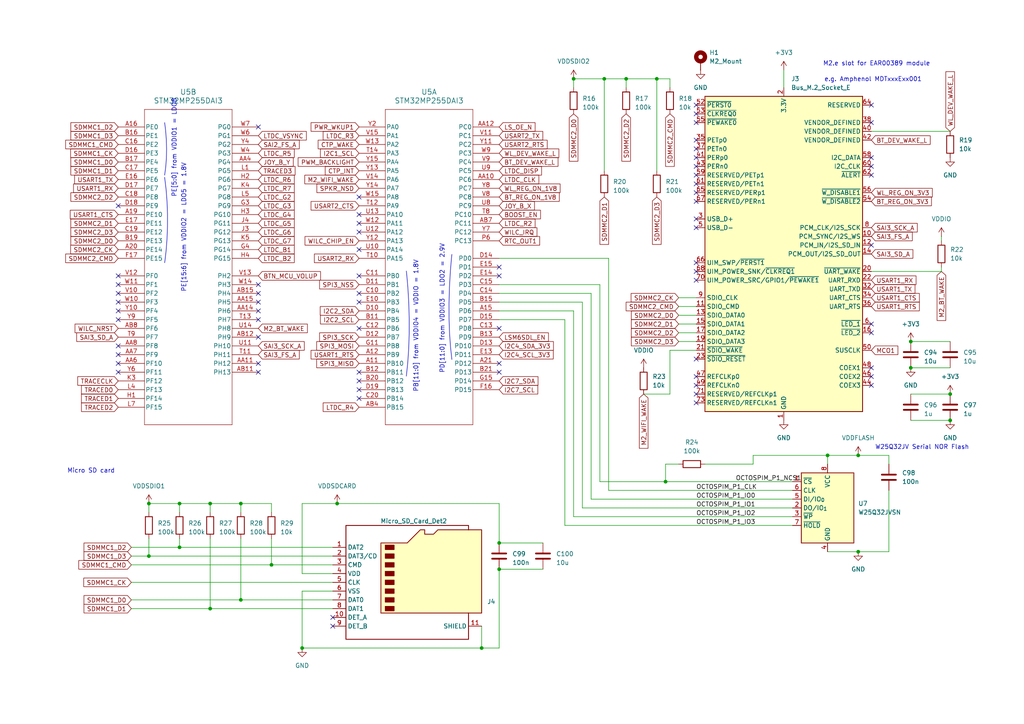
<source format=kicad_sch>
(kicad_sch (version 20250114) (generator "eeschema") (generator_version "9.0")
  (paper "A4")
  (bezier (pts (xy 47.752 50.8) (xy 49.022 43.18) (xy 47.752 35.56) (xy 47.752 35.56)))
  (bezier (pts (xy 117.856 109.093) (xy 119.761 93.853) (xy 117.856 78.613) (xy 117.856 78.613)))
  (bezier (pts (xy 47.752 51.435) (xy 49.657 64.77) (xy 47.752 76.2) (xy 47.752 76.2)))
  (bezier (pts (xy 131.064 104.267) (xy 129.159 89.662) (xy 131.064 73.787) (xy 131.064 73.787)))
  (text "PB[11:0] from VDDIO4 = VDDIO = 1.8V" (at 120.65 94.615 90) (effects (font (size 1.27 1.27))))
  (text "PD[11:0] from VDDIO3 = LDO2 = 2.9V" (at 128.27 89.535 90) (effects (font (size 1.27 1.27))))
  (text "e.g. Amphenol MDTxxxExx001" (at 253.238 23.114 0) (effects (font (size 1.27 1.27))))
  (text "PE[5:0] from VDDIO1 = LDO8" (at 50.546 42.926 90) (effects (font (size 1.27 1.27))))
  (text "M2.e slot for EAR00389 module" (at 254.254 18.542 0) (effects (font (size 1.27 1.27))))
  (text "PE[15:6] from VDDIO2 = LDO5 = 1.8V" (at 53.34 66.04 90) (effects (font (size 1.27 1.27))))
  (text "Micro SD card" (at 26.416 136.652 0) (effects (font (size 1.27 1.27))))
  (text "W25Q32JV Serial NOR Flash" (at 267.462 129.794 0) (effects (font (size 1.27 1.27))))
  (junction (at 166.37 22.86))
  (junction (at 144.78 157.48))
  (junction (at 69.85 173.99))
  (junction (at 139.7 187.96))
  (junction (at 275.59 121.92))
  (junction (at 275.59 114.3))
  (junction (at 52.07 158.75))
  (junction (at 60.96 176.53))
  (junction (at 97.79 146.05))
  (junction (at 248.92 160.02))
  (junction (at 190.5 22.86))
  (junction (at 144.78 165.1))
  (junction (at 264.16 106.68))
  (junction (at 78.74 163.83))
  (junction (at 69.85 146.05))
  (junction (at 175.26 22.86))
  (junction (at 43.18 161.29))
  (junction (at 240.03 132.08))
  (junction (at 52.07 146.05))
  (junction (at 181.61 22.86))
  (junction (at 87.63 187.96))
  (junction (at 193.04 139.7))
  (junction (at 264.16 99.06))
  (junction (at 43.18 146.05))
  (junction (at 60.96 146.05))
  (junction (at 248.92 132.08))
  (no_connect (at 104.14 115.57))
  (no_connect (at 104.14 87.63))
  (no_connect (at 252.73 48.26))
  (no_connect (at 201.93 40.64))
  (no_connect (at 201.93 111.76))
  (no_connect (at 34.29 90.17))
  (no_connect (at 104.14 107.95))
  (no_connect (at 201.93 55.88))
  (no_connect (at 252.73 96.52))
  (no_connect (at 34.29 105.41))
  (no_connect (at 34.29 92.71))
  (no_connect (at 201.93 58.42))
  (no_connect (at 104.14 95.25))
  (no_connect (at 201.93 48.26))
  (no_connect (at 104.14 80.01))
  (no_connect (at 201.93 53.34))
  (no_connect (at 96.52 179.07))
  (no_connect (at 144.78 77.47))
  (no_connect (at 104.14 57.15))
  (no_connect (at 252.73 109.22))
  (no_connect (at 201.93 63.5))
  (no_connect (at 104.14 64.77))
  (no_connect (at 104.14 67.31))
  (no_connect (at 104.14 72.39))
  (no_connect (at 252.73 93.98))
  (no_connect (at 252.73 111.76))
  (no_connect (at 74.93 107.95))
  (no_connect (at 201.93 81.28))
  (no_connect (at 252.73 30.48))
  (no_connect (at 104.14 62.23))
  (no_connect (at 201.93 30.48))
  (no_connect (at 201.93 43.18))
  (no_connect (at 34.29 102.87))
  (no_connect (at 201.93 116.84))
  (no_connect (at 74.93 85.09))
  (no_connect (at 201.93 66.04))
  (no_connect (at 252.73 35.56))
  (no_connect (at 252.73 50.8))
  (no_connect (at 74.93 36.83))
  (no_connect (at 34.29 85.09))
  (no_connect (at 201.93 114.3))
  (no_connect (at 34.29 82.55))
  (no_connect (at 201.93 76.2))
  (no_connect (at 104.14 85.09))
  (no_connect (at 34.29 80.01))
  (no_connect (at 34.29 59.69))
  (no_connect (at 201.93 50.8))
  (no_connect (at 34.29 100.33))
  (no_connect (at 201.93 45.72))
  (no_connect (at 34.29 107.95))
  (no_connect (at 104.14 113.03))
  (no_connect (at 252.73 45.72))
  (no_connect (at 74.93 82.55))
  (no_connect (at 252.73 71.12))
  (no_connect (at 201.93 104.14))
  (no_connect (at 144.78 105.41))
  (no_connect (at 34.29 87.63))
  (no_connect (at 252.73 106.68))
  (no_connect (at 144.78 80.01))
  (no_connect (at 74.93 90.17))
  (no_connect (at 201.93 109.22))
  (no_connect (at 74.93 97.79))
  (no_connect (at 74.93 87.63))
  (no_connect (at 104.14 110.49))
  (no_connect (at 96.52 181.61))
  (no_connect (at 144.78 95.25))
  (no_connect (at 201.93 33.02))
  (no_connect (at 201.93 35.56))
  (no_connect (at 74.93 105.41))
  (no_connect (at 144.78 107.95))
  (no_connect (at 74.93 92.71))
  (no_connect (at 201.93 78.74))
  (wire (pts (xy 43.18 161.29) (xy 96.52 161.29)))
  (wire (pts (xy 166.37 149.86) (xy 229.87 149.86)))
  (wire (pts (xy 166.37 22.86) (xy 175.26 22.86)))
  (wire (pts (xy 163.83 152.4) (xy 229.87 152.4)))
  (wire (pts (xy 257.81 160.02) (xy 248.92 160.02)))
  (wire (pts (xy 176.53 142.24) (xy 176.53 74.93)))
  (wire (pts (xy 273.05 78.74) (xy 252.73 78.74)))
  (wire (pts (xy 257.81 142.24) (xy 257.81 160.02)))
  (wire (pts (xy 163.83 152.4) (xy 163.83 92.71)))
  (wire (pts (xy 196.85 86.36) (xy 201.93 86.36)))
  (wire (pts (xy 173.99 139.7) (xy 193.04 139.7)))
  (wire (pts (xy 139.7 187.96) (xy 144.78 187.96)))
  (wire (pts (xy 218.44 134.62) (xy 218.44 132.08)))
  (wire (pts (xy 173.99 82.55) (xy 144.78 82.55)))
  (wire (pts (xy 166.37 149.86) (xy 166.37 90.17)))
  (wire (pts (xy 194.31 101.6) (xy 194.31 114.3)))
  (wire (pts (xy 96.52 171.45) (xy 87.63 171.45)))
  (wire (pts (xy 218.44 132.08) (xy 240.03 132.08)))
  (wire (pts (xy 60.96 146.05) (xy 60.96 148.59)))
  (wire (pts (xy 43.18 146.05) (xy 52.07 146.05)))
  (wire (pts (xy 176.53 142.24) (xy 229.87 142.24)))
  (wire (pts (xy 240.03 132.08) (xy 248.92 132.08)))
  (wire (pts (xy 196.85 96.52) (xy 201.93 96.52)))
  (wire (pts (xy 176.53 74.93) (xy 144.78 74.93)))
  (wire (pts (xy 87.63 146.05) (xy 97.79 146.05)))
  (wire (pts (xy 144.78 146.05) (xy 97.79 146.05)))
  (wire (pts (xy 227.33 20.32) (xy 227.33 25.4)))
  (wire (pts (xy 196.85 134.62) (xy 193.04 134.62)))
  (wire (pts (xy 69.85 156.21) (xy 69.85 173.99)))
  (wire (pts (xy 275.59 38.1) (xy 252.73 38.1)))
  (wire (pts (xy 60.96 176.53) (xy 96.52 176.53)))
  (wire (pts (xy 240.03 134.62) (xy 240.03 132.08)))
  (wire (pts (xy 175.26 49.53) (xy 175.26 22.86)))
  (wire (pts (xy 181.61 22.86) (xy 181.61 25.4)))
  (wire (pts (xy 69.85 146.05) (xy 78.74 146.05)))
  (wire (pts (xy 248.92 160.02) (xy 240.03 160.02)))
  (wire (pts (xy 168.91 147.32) (xy 229.87 147.32)))
  (wire (pts (xy 166.37 90.17) (xy 144.78 90.17)))
  (wire (pts (xy 78.74 148.59) (xy 78.74 146.05)))
  (wire (pts (xy 87.63 146.05) (xy 87.63 166.37)))
  (wire (pts (xy 69.85 146.05) (xy 69.85 148.59)))
  (wire (pts (xy 194.31 25.4) (xy 194.31 22.86)))
  (wire (pts (xy 139.7 187.96) (xy 87.63 187.96)))
  (wire (pts (xy 38.1 163.83) (xy 78.74 163.83)))
  (wire (pts (xy 194.31 114.3) (xy 186.69 114.3)))
  (wire (pts (xy 52.07 156.21) (xy 52.07 158.75)))
  (wire (pts (xy 273.05 77.47) (xy 273.05 78.74)))
  (wire (pts (xy 38.1 158.75) (xy 52.07 158.75)))
  (wire (pts (xy 264.16 121.92) (xy 275.59 121.92)))
  (wire (pts (xy 175.26 22.86) (xy 181.61 22.86)))
  (wire (pts (xy 144.78 187.96) (xy 144.78 165.1)))
  (wire (pts (xy 171.45 85.09) (xy 144.78 85.09)))
  (wire (pts (xy 38.1 161.29) (xy 43.18 161.29)))
  (wire (pts (xy 196.85 91.44) (xy 201.93 91.44)))
  (wire (pts (xy 201.93 101.6) (xy 194.31 101.6)))
  (wire (pts (xy 248.92 132.08) (xy 257.81 132.08)))
  (wire (pts (xy 69.85 173.99) (xy 96.52 173.99)))
  (wire (pts (xy 273.05 68.58) (xy 273.05 69.85)))
  (wire (pts (xy 38.1 176.53) (xy 60.96 176.53)))
  (wire (pts (xy 43.18 156.21) (xy 43.18 161.29)))
  (wire (pts (xy 171.45 144.78) (xy 171.45 85.09)))
  (wire (pts (xy 173.99 139.7) (xy 173.99 82.55)))
  (wire (pts (xy 52.07 146.05) (xy 60.96 146.05)))
  (wire (pts (xy 168.91 147.32) (xy 168.91 87.63)))
  (wire (pts (xy 38.1 173.99) (xy 69.85 173.99)))
  (wire (pts (xy 43.18 146.05) (xy 43.18 148.59)))
  (wire (pts (xy 204.47 134.62) (xy 218.44 134.62)))
  (wire (pts (xy 163.83 92.71) (xy 144.78 92.71)))
  (wire (pts (xy 181.61 22.86) (xy 190.5 22.86)))
  (wire (pts (xy 144.78 157.48) (xy 157.48 157.48)))
  (wire (pts (xy 196.85 99.06) (xy 201.93 99.06)))
  (wire (pts (xy 168.91 87.63) (xy 144.78 87.63)))
  (wire (pts (xy 257.81 132.08) (xy 257.81 134.62)))
  (wire (pts (xy 60.96 146.05) (xy 69.85 146.05)))
  (wire (pts (xy 190.5 22.86) (xy 194.31 22.86)))
  (wire (pts (xy 264.16 106.68) (xy 275.59 106.68)))
  (wire (pts (xy 275.59 114.3) (xy 264.16 114.3)))
  (wire (pts (xy 60.96 156.21) (xy 60.96 176.53)))
  (wire (pts (xy 196.85 88.9) (xy 201.93 88.9)))
  (wire (pts (xy 193.04 134.62) (xy 193.04 139.7)))
  (wire (pts (xy 190.5 22.86) (xy 190.5 49.53)))
  (wire (pts (xy 38.1 168.91) (xy 96.52 168.91)))
  (wire (pts (xy 264.16 99.06) (xy 275.59 99.06)))
  (wire (pts (xy 193.04 139.7) (xy 229.87 139.7)))
  (wire (pts (xy 139.7 181.61) (xy 139.7 187.96)))
  (wire (pts (xy 144.78 157.48) (xy 144.78 146.05)))
  (wire (pts (xy 87.63 171.45) (xy 87.63 187.96)))
  (wire (pts (xy 52.07 148.59) (xy 52.07 146.05)))
  (wire (pts (xy 78.74 156.21) (xy 78.74 163.83)))
  (wire (pts (xy 96.52 166.37) (xy 87.63 166.37)))
  (wire (pts (xy 144.78 165.1) (xy 157.48 165.1)))
  (wire (pts (xy 78.74 163.83) (xy 96.52 163.83)))
  (wire (pts (xy 196.85 93.98) (xy 201.93 93.98)))
  (wire (pts (xy 171.45 144.78) (xy 229.87 144.78)))
  (wire (pts (xy 166.37 22.86) (xy 166.37 25.4)))
  (wire (pts (xy 52.07 158.75) (xy 96.52 158.75)))
  (label "OCTOSPIM_P1_IO0" (at 201.93 144.78 0))
  (label "OCTOSPIM_P1_CLK" (at 201.93 142.24 0))
  (label "OCTOSPIM_P1_NCS1" (at 213.36 139.7 0))
  (label "OCTOSPIM_P1_IO1" (at 201.93 147.32 0))
  (label "OCTOSPIM_P1_IO3" (at 201.93 152.4 0))
  (label "OCTOSPIM_P1_IO2" (at 201.93 149.86 0))
  (global_label "USART2_TX" (shape input) (at 144.78 39.37 0) (property "Intersheetrefs" "${INTERSHEET_REFS}" (effects (hide yes))))
  (global_label "CTP_INT" (shape input) (at 104.14 49.53 180) (property "Intersheetrefs" "${INTERSHEET_REFS}" (effects (hide yes))))
  (global_label "LTDC_CLK" (shape input) (at 144.78 52.07 0) (property "Intersheetrefs" "${INTERSHEET_REFS}" (effects (hide yes))))
  (global_label "LTDC_G2" (shape input) (at 74.93 57.15 0) (property "Intersheetrefs" "${INTERSHEET_REFS}" (effects (hide yes))))
  (global_label "USART1_CTS" (shape input) (at 34.29 62.23 180) (property "Intersheetrefs" "${INTERSHEET_REFS}" (effects (hide yes))))
  (global_label "SAI3_SD_A" (shape input) (at 34.29 97.79 180) (property "Intersheetrefs" "${INTERSHEET_REFS}" (effects (hide yes))))
  (global_label "SDMMC1_D2" (shape input) (at 38.1 158.75 180) (property "Intersheetrefs" "${INTERSHEET_REFS}" (effects (hide yes))))
  (global_label "BT_REG_ON_1V8" (shape input) (at 144.78 57.15 0) (property "Intersheetrefs" "${INTERSHEET_REFS}" (effects (hide yes))))
  (global_label "USART1_RX" (shape input) (at 34.29 54.61 180) (property "Intersheetrefs" "${INTERSHEET_REFS}" (effects (hide yes))))
  (global_label "USART2_RX" (shape input) (at 104.14 74.93 180) (property "Intersheetrefs" "${INTERSHEET_REFS}" (effects (hide yes))))
  (global_label "LTDC_G5" (shape input) (at 74.93 64.77 0) (property "Intersheetrefs" "${INTERSHEET_REFS}" (effects (hide yes))))
  (global_label "I2C7_SDA" (shape input) (at 144.78 110.49 0) (property "Intersheetrefs" "${INTERSHEET_REFS}" (effects (hide yes))))
  (global_label "USART1_RTS" (shape input) (at 104.14 102.87 180) (property "Intersheetrefs" "${INTERSHEET_REFS}" (effects (hide yes))))
  (global_label "I2C2_SCL" (shape input) (at 104.14 92.71 180) (property "Intersheetrefs" "${INTERSHEET_REFS}" (effects (hide yes))))
  (global_label "SDMMC2_D3" (shape input) (at 190.5 57.15 270) (property "Intersheetrefs" "${INTERSHEET_REFS}" (effects (hide yes))))
  (global_label "SAI3_SD_A" (shape input) (at 252.73 73.66 0) (property "Intersheetrefs" "${INTERSHEET_REFS}" (effects (hide yes))))
  (global_label "USART1_TX" (shape input) (at 34.29 52.07 180) (property "Intersheetrefs" "${INTERSHEET_REFS}" (effects (hide yes))))
  (global_label "LTDC_G4" (shape input) (at 74.93 62.23 0) (property "Intersheetrefs" "${INTERSHEET_REFS}" (effects (hide yes))))
  (global_label "LTDC_R6" (shape input) (at 74.93 52.07 0) (property "Intersheetrefs" "${INTERSHEET_REFS}" (effects (hide yes))))
  (global_label "SDMMC2_D1" (shape input) (at 196.85 93.98 180) (property "Intersheetrefs" "${INTERSHEET_REFS}" (effects (hide yes))))
  (global_label "SDMMC1_CK" (shape input) (at 38.1 168.91 180) (property "Intersheetrefs" "${INTERSHEET_REFS}" (effects (hide yes))))
  (global_label "M2_BT_WAKE" (shape input) (at 273.05 78.74 270) (property "Intersheetrefs" "${INTERSHEET_REFS}" (effects (hide yes))))
  (global_label "SDMMC1_D1" (shape input) (at 34.29 49.53 180) (property "Intersheetrefs" "${INTERSHEET_REFS}" (effects (hide yes))))
  (global_label "TRACED1" (shape input) (at 34.29 115.57 180) (property "Intersheetrefs" "${INTERSHEET_REFS}" (effects (hide yes))))
  (global_label "TRACED0" (shape input) (at 34.29 113.03 180) (property "Intersheetrefs" "${INTERSHEET_REFS}" (effects (hide yes))))
  (global_label "WL_REG_ON_1V8" (shape input) (at 144.78 54.61 0) (property "Intersheetrefs" "${INTERSHEET_REFS}" (effects (hide yes))))
  (global_label "PWM_BACKLIGHT" (shape input) (at 104.14 46.99 180) (property "Intersheetrefs" "${INTERSHEET_REFS}" (effects (hide yes))))
  (global_label "USART1_RX" (shape input) (at 252.73 81.28 0) (property "Intersheetrefs" "${INTERSHEET_REFS}" (effects (hide yes))))
  (global_label "I2C2_SDA" (shape input) (at 104.14 90.17 180) (property "Intersheetrefs" "${INTERSHEET_REFS}" (effects (hide yes))))
  (global_label "SDMMC2_CK" (shape input) (at 34.29 72.39 180) (property "Intersheetrefs" "${INTERSHEET_REFS}" (effects (hide yes))))
  (global_label "M2_WIFI_WAKE" (shape input) (at 104.14 52.07 180) (property "Intersheetrefs" "${INTERSHEET_REFS}" (effects (hide yes))))
  (global_label "SDMMC1_CMD" (shape input) (at 34.29 41.91 180) (property "Intersheetrefs" "${INTERSHEET_REFS}" (effects (hide yes))))
  (global_label "PWR_WKUP1" (shape input) (at 104.14 36.83 180) (property "Intersheetrefs" "${INTERSHEET_REFS}" (effects (hide yes))))
  (global_label "SDMMC1_D2" (shape input) (at 34.29 36.83 180) (property "Intersheetrefs" "${INTERSHEET_REFS}" (effects (hide yes))))
  (global_label "SPI3_SCK" (shape input) (at 104.14 97.79 180) (property "Intersheetrefs" "${INTERSHEET_REFS}" (effects (hide yes))))
  (global_label "WL_REG_ON_3V3" (shape input) (at 252.73 55.88 0) (property "Intersheetrefs" "${INTERSHEET_REFS}" (effects (hide yes))))
  (global_label "LSM6SDL_EN" (shape input) (at 144.78 97.79 0) (property "Intersheetrefs" "${INTERSHEET_REFS}" (effects (hide yes))))
  (global_label "SAI3_FS_A" (shape input) (at 252.73 68.58 0) (property "Intersheetrefs" "${INTERSHEET_REFS}" (effects (hide yes))))
  (global_label "WL_DEV_WAKE_L" (shape input) (at 275.59 38.1 90) (property "Intersheetrefs" "${INTERSHEET_REFS}" (effects (hide yes))))
  (global_label "JOY_B_X" (shape input) (at 144.78 59.69 0) (property "Intersheetrefs" "${INTERSHEET_REFS}" (effects (hide yes))))
  (global_label "M2_WIFI_WAKE" (shape input) (at 186.69 114.3 270) (property "Intersheetrefs" "${INTERSHEET_REFS}" (effects (hide yes))))
  (global_label "SPKR_NSD" (shape input) (at 104.14 54.61 180) (property "Intersheetrefs" "${INTERSHEET_REFS}" (effects (hide yes))))
  (global_label "USART1_CTS" (shape input) (at 252.73 86.36 0) (property "Intersheetrefs" "${INTERSHEET_REFS}" (effects (hide yes))))
  (global_label "SDMMC1_CMD" (shape input) (at 38.1 163.83 180) (property "Intersheetrefs" "${INTERSHEET_REFS}" (effects (hide yes))))
  (global_label "USART1_RTS" (shape input) (at 252.73 88.9 0) (property "Intersheetrefs" "${INTERSHEET_REFS}" (effects (hide yes))))
  (global_label "RTC_OUT1" (shape input) (at 144.78 69.85 0) (property "Intersheetrefs" "${INTERSHEET_REFS}" (effects (hide yes))))
  (global_label "SDMMC2_CMD" (shape input) (at 34.29 74.93 180) (property "Intersheetrefs" "${INTERSHEET_REFS}" (effects (hide yes))))
  (global_label "SDMMC1_D3" (shape input) (at 38.1 161.29 180) (property "Intersheetrefs" "${INTERSHEET_REFS}" (effects (hide yes))))
  (global_label "SDMMC2_D1" (shape input) (at 175.26 57.15 270) (property "Intersheetrefs" "${INTERSHEET_REFS}" (effects (hide yes))))
  (global_label "LTDC_R7" (shape input) (at 74.93 54.61 0) (property "Intersheetrefs" "${INTERSHEET_REFS}" (effects (hide yes))))
  (global_label "TRACED3" (shape input) (at 74.93 49.53 0) (property "Intersheetrefs" "${INTERSHEET_REFS}" (effects (hide yes))))
  (global_label "BT_DEV_WAKE_L" (shape input) (at 144.78 46.99 0) (property "Intersheetrefs" "${INTERSHEET_REFS}" (effects (hide yes))))
  (global_label "SDMMC1_D0" (shape input) (at 34.29 46.99 180) (property "Intersheetrefs" "${INTERSHEET_REFS}" (effects (hide yes))))
  (global_label "SDMMC2_D2" (shape input) (at 34.29 57.15 180) (property "Intersheetrefs" "${INTERSHEET_REFS}" (effects (hide yes))))
  (global_label "SDMMC2_D3" (shape input) (at 34.29 67.31 180) (property "Intersheetrefs" "${INTERSHEET_REFS}" (effects (hide yes))))
  (global_label "WILC_IRQ" (shape input) (at 144.78 67.31 0) (property "Intersheetrefs" "${INTERSHEET_REFS}" (effects (hide yes))))
  (global_label "WL_DEV_WAKE_L" (shape input) (at 144.78 44.45 0) (property "Intersheetrefs" "${INTERSHEET_REFS}" (effects (hide yes))))
  (global_label "LTDC_G6" (shape input) (at 74.93 67.31 0) (property "Intersheetrefs" "${INTERSHEET_REFS}" (effects (hide yes))))
  (global_label "SDMMC2_D0" (shape input) (at 34.29 69.85 180) (property "Intersheetrefs" "${INTERSHEET_REFS}" (effects (hide yes))))
  (global_label "SDMMC1_CK" (shape input) (at 34.29 44.45 180) (property "Intersheetrefs" "${INTERSHEET_REFS}" (effects (hide yes))))
  (global_label "SDMMC2_D0" (shape input) (at 196.85 91.44 180) (property "Intersheetrefs" "${INTERSHEET_REFS}" (effects (hide yes))))
  (global_label "SDMMC1_D3" (shape input) (at 34.29 39.37 180) (property "Intersheetrefs" "${INTERSHEET_REFS}" (effects (hide yes))))
  (global_label "SAI3_SCK_A" (shape input) (at 252.73 66.04 0) (property "Intersheetrefs" "${INTERSHEET_REFS}" (effects (hide yes))))
  (global_label "WILC_NRST" (shape input) (at 34.29 95.25 180) (property "Intersheetrefs" "${INTERSHEET_REFS}" (effects (hide yes))))
  (global_label "SAI2_FS_A" (shape input) (at 74.93 41.91 0) (property "Intersheetrefs" "${INTERSHEET_REFS}" (effects (hide yes))))
  (global_label "SPI3_MISO" (shape input) (at 104.14 105.41 180) (property "Intersheetrefs" "${INTERSHEET_REFS}" (effects (hide yes))))
  (global_label "USART1_TX" (shape input) (at 252.73 83.82 0) (property "Intersheetrefs" "${INTERSHEET_REFS}" (effects (hide yes))))
  (global_label "USART2_RTS" (shape input) (at 144.78 41.91 0) (property "Intersheetrefs" "${INTERSHEET_REFS}" (effects (hide yes))))
  (global_label "LTDC_G3" (shape input) (at 74.93 59.69 0) (property "Intersheetrefs" "${INTERSHEET_REFS}" (effects (hide yes))))
  (global_label "JOY_B_Y" (shape input) (at 74.93 46.99 0) (property "Intersheetrefs" "${INTERSHEET_REFS}" (effects (hide yes))))
  (global_label "LTDC_R4" (shape input) (at 104.14 118.11 180) (property "Intersheetrefs" "${INTERSHEET_REFS}" (effects (hide yes))))
  (global_label "LTDC_R2" (shape input) (at 144.78 64.77 0) (property "Intersheetrefs" "${INTERSHEET_REFS}" (effects (hide yes))))
  (global_label "I2C7_SCL" (shape input) (at 144.78 113.03 0) (property "Intersheetrefs" "${INTERSHEET_REFS}" (effects (hide yes))))
  (global_label "SAI3_SCK_A" (shape input) (at 74.93 100.33 0) (property "Intersheetrefs" "${INTERSHEET_REFS}" (effects (hide yes))))
  (global_label "LTDC_R3" (shape input) (at 104.14 39.37 180) (property "Intersheetrefs" "${INTERSHEET_REFS}" (effects (hide yes))))
  (global_label "SDMMC2_CK" (shape input) (at 196.85 86.36 180) (property "Intersheetrefs" "${INTERSHEET_REFS}" (effects (hide yes))))
  (global_label "SPI3_NSS" (shape input) (at 104.14 82.55 180) (property "Intersheetrefs" "${INTERSHEET_REFS}" (effects (hide yes))))
  (global_label "LTDC_DISP" (shape input) (at 144.78 49.53 0) (property "Intersheetrefs" "${INTERSHEET_REFS}" (effects (hide yes))))
  (global_label "LTDC_G7" (shape input) (at 74.93 69.85 0) (property "Intersheetrefs" "${INTERSHEET_REFS}" (effects (hide yes))))
  (global_label "SPI3_MOSI" (shape input) (at 104.14 100.33 180) (property "Intersheetrefs" "${INTERSHEET_REFS}" (effects (hide yes))))
  (global_label "LTDC_B1" (shape input) (at 74.93 72.39 0) (property "Intersheetrefs" "${INTERSHEET_REFS}" (effects (hide yes))))
  (global_label "LTDC_B2" (shape input) (at 74.93 74.93 0) (property "Intersheetrefs" "${INTERSHEET_REFS}" (effects (hide yes))))
  (global_label "SAI3_FS_A" (shape input) (at 74.93 102.87 0) (property "Intersheetrefs" "${INTERSHEET_REFS}" (effects (hide yes))))
  (global_label "SDMMC2_D0" (shape input) (at 166.37 33.02 270) (property "Intersheetrefs" "${INTERSHEET_REFS}" (effects (hide yes))))
  (global_label "BTN_MCU_VOLUP" (shape input) (at 74.93 80.01 0) (property "Intersheetrefs" "${INTERSHEET_REFS}" (effects (hide yes))))
  (global_label "I2C4_SDA_3V3" (shape input) (at 144.78 100.33 0) (property "Intersheetrefs" "${INTERSHEET_REFS}" (effects (hide yes))))
  (global_label "SDMMC2_CMD" (shape input) (at 194.31 33.02 270) (property "Intersheetrefs" "${INTERSHEET_REFS}" (effects (hide yes))))
  (global_label "SDMMC2_D2" (shape input) (at 196.85 96.52 180) (property "Intersheetrefs" "${INTERSHEET_REFS}" (effects (hide yes))))
  (global_label "M2_BT_WAKE" (shape input) (at 74.93 95.25 0) (property "Intersheetrefs" "${INTERSHEET_REFS}" (effects (hide yes))))
  (global_label "SDMMC2_CMD" (shape input) (at 196.85 88.9 180) (property "Intersheetrefs" "${INTERSHEET_REFS}" (effects (hide yes))))
  (global_label "I2C4_SCL_3V3" (shape input) (at 144.78 102.87 0) (property "Intersheetrefs" "${INTERSHEET_REFS}" (effects (hide yes))))
  (global_label "BOOST_EN" (shape input) (at 144.78 62.23 0) (property "Intersheetrefs" "${INTERSHEET_REFS}" (effects (hide yes))))
  (global_label "TRACECLK" (shape input) (at 34.29 110.49 180) (property "Intersheetrefs" "${INTERSHEET_REFS}" (effects (hide yes))))
  (global_label "SDMMC1_D1" (shape input) (at 38.1 176.53 180) (property "Intersheetrefs" "${INTERSHEET_REFS}" (effects (hide yes))))
  (global_label "WILC_CHIP_EN" (shape input) (at 104.14 69.85 180) (property "Intersheetrefs" "${INTERSHEET_REFS}" (effects (hide yes))))
  (global_label "TRACED2" (shape input) (at 34.29 118.11 180) (property "Intersheetrefs" "${INTERSHEET_REFS}" (effects (hide yes))))
  (global_label "BT_DEV_WAKE_L" (shape input) (at 252.73 40.64 0) (property "Intersheetrefs" "${INTERSHEET_REFS}" (effects (hide yes))))
  (global_label "MCO1" (shape input) (at 252.73 101.6 0) (property "Intersheetrefs" "${INTERSHEET_REFS}" (effects (hide yes))))
  (global_label "SDMMC1_D0" (shape input) (at 38.1 173.99 180) (property "Intersheetrefs" "${INTERSHEET_REFS}" (effects (hide yes))))
  (global_label "SDMMC2_D1" (shape input) (at 34.29 64.77 180) (property "Intersheetrefs" "${INTERSHEET_REFS}" (effects (hide yes))))
  (global_label "LTDC_VSYNC" (shape input) (at 74.93 39.37 0) (property "Intersheetrefs" "${INTERSHEET_REFS}" (effects (hide yes))))
  (global_label "CTP_WAKE" (shape input) (at 104.14 41.91 180) (property "Intersheetrefs" "${INTERSHEET_REFS}" (effects (hide yes))))
  (global_label "LS_OE_N" (shape input) (at 144.78 36.83 0) (property "Intersheetrefs" "${INTERSHEET_REFS}" (effects (hide yes))))
  (global_label "I2C1_SCL" (shape input) (at 104.14 44.45 180) (property "Intersheetrefs" "${INTERSHEET_REFS}" (effects (hide yes))))
  (global_label "LTDC_R5" (shape input) (at 74.93 44.45 0) (property "Intersheetrefs" "${INTERSHEET_REFS}" (effects (hide yes))))
  (global_label "USART2_CTS" (shape input) (at 104.14 59.69 180) (property "Intersheetrefs" "${INTERSHEET_REFS}" (effects (hide yes))))
  (global_label "BT_REG_ON_3V3" (shape input) (at 252.73 58.42 0) (property "Intersheetrefs" "${INTERSHEET_REFS}" (effects (hide yes))))
  (global_label "SDMMC2_D3" (shape input) (at 196.85 99.06 180) (property "Intersheetrefs" "${INTERSHEET_REFS}" (effects (hide yes))))
  (global_label "SDMMC2_D2" (shape input) (at 181.61 33.02 270) (property "Intersheetrefs" "${INTERSHEET_REFS}" (effects (hide yes))))
  (symbol (lib_id "Device:R") (at 190.5 53.34 0) (unit 1)
    (property "Reference" "R21" (at 193.04 52.705 0) (effects (justify left)))
    (property "Value" "100k" (at 193.04 55.245 0) (effects (justify left)))
    (property "Footprint" "Resistor_SMD:R_0603_1608Metric" (effects (hide yes)))
  )
  (symbol (lib_id "Mechanical:MountingHole_Pad") (at 203.2 17.78 0) (unit 1) (in_bom no)
    (property "Reference" "H1" (at 205.74 15.2399 0) (effects (justify left)))
    (property "Value" "M2_Mount" (at 205.74 17.7799 0) (effects (justify left)))
    (property "Footprint" "MountingHole:MountingHole_2.2mm_M2_Pad_TopBottom" (effects (hide yes)))
    (property "Description" "Mounting Hole with connection" (effects (hide yes)))
  )
  (symbol (lib_id "Device:C") (at 144.78 161.29 0) (unit 1)
    (property "Reference" "C99" (at 148.59 160.655 0) (effects (justify left)))
    (property "Value" "100n" (at 148.59 163.195 0) (effects (justify left)))
    (property "Footprint" "Capacitor_SMD:C_0603_1608Metric" (effects (hide yes)))
  )
  (symbol (lib_id "power:GND") (at 264.16 106.68 0) (unit 1)
    (property "Reference" "#PWR0267" (effects (hide yes)))
    (property "Value" "GND" (at 264.16 111.76 0))
    (property "Description" "Power symbol creates a global label with name \"GND\" , ground" (effects (hide yes)))
  )
  (symbol (lib_id "power:VDD") (at 186.69 106.68 0) (unit 1)
    (property "Reference" "#PWR0266" (effects (hide yes)))
    (property "Value" "VDDIO" (at 186.69 101.6 0))
    (property "Description" "Power symbol creates a global label with name \"VDD\"" (effects (hide yes)))
  )
  (symbol (lib_id "power:GND") (at 248.92 160.02 0) (unit 1)
    (property "Reference" "#PWR0274" (effects (hide yes)))
    (property "Value" "GND" (at 248.92 165.1 0))
    (property "Description" "Power symbol creates a global label with name \"GND\" , ground" (effects (hide yes)))
  )
  (symbol (lib_id "Device:R") (at 69.85 152.4 0) (unit 1)
    (property "Reference" "R28" (at 72.39 151.765 0) (effects (justify left)))
    (property "Value" "100k" (at 72.39 154.305 0) (effects (justify left)))
    (property "Footprint" "Resistor_SMD:R_0603_1608Metric" (effects (hide yes)))
  )
  (symbol (lib_id "Memory_Flash:W25X20CLSN") (at 240.03 147.32 0) (unit 1)
    (property "Reference" "U7" (at 248.92 146.0499 0) (effects (justify left)))
    (property "Value" "W25Q32JVSN" (at 248.92 148.5899 0) (effects (justify left)))
    (property "Footprint" "Package_SO:SOIC-8_3.9x4.9mm_P1.27mm" (effects (hide yes)))
    (property "Datasheet" "https://www.winbond.com/resource-files/w25x20cl_revf%2020150806.pdf" (effects (hide yes)))
    (property "Description" "2Mbit / 256KiB Serial Flash memory, Standard/Dual I/O SPI, 2.3-3.6V, SOIC-8" (effects (hide yes)))
  )
  (symbol (lib_id "Device:R") (at 200.66 134.62 90) (unit 1)
    (property "Reference" "R24" (at 200.66 128.27 90))
    (property "Value" "100k" (at 200.66 130.81 90))
    (property "Footprint" "Resistor_SMD:R_0603_1608Metric" (effects (hide yes)))
    (property "Description" "Resistor" (effects (hide yes)))
  )
  (symbol (lib_id "power:+3V3") (at 264.16 99.06 0) (unit 1)
    (property "Reference" "#PWR0265" (effects (hide yes)))
    (property "Value" "+3V3" (at 264.16 93.98 0))
    (property "Description" "Power symbol creates a global label with name \"+3V3\"" (effects (hide yes)))
  )
  (symbol (lib_id "power:GND") (at 275.59 121.92 0) (unit 1)
    (property "Reference" "#PWR0270" (effects (hide yes)))
    (property "Value" "GND" (at 275.59 127 0))
    (property "Description" "Power symbol creates a global label with name \"GND\" , ground" (effects (hide yes)))
  )
  (symbol (lib_id "power:VDD") (at 273.05 68.58 0) (unit 1)
    (property "Reference" "#PWR0264" (effects (hide yes)))
    (property "Value" "VDDIO" (at 273.05 63.5 0))
    (property "Description" "Power symbol creates a global label with name \"VDD\"" (effects (hide yes)))
  )
  (symbol (lib_id "Device:R") (at 60.96 152.4 0) (unit 1)
    (property "Reference" "R27" (at 63.5 151.765 0) (effects (justify left)))
    (property "Value" "100k" (at 63.5 154.305 0) (effects (justify left)))
    (property "Footprint" "Resistor_SMD:R_0603_1608Metric" (effects (hide yes)))
  )
  (symbol (lib_id "power:GND") (at 227.33 121.92 0) (unit 1)
    (property "Reference" "#PWR0269" (effects (hide yes)))
    (property "Value" "GND" (at 227.33 127 0))
    (property "Description" "Power symbol creates a global label with name \"GND\" , ground" (effects (hide yes)))
  )
  (symbol (lib_id "Device:C") (at 264.16 102.87 0) (unit 1)
    (property "Reference" "C94" (at 267.97 102.235 0) (effects (justify left)))
    (property "Value" "10u" (at 267.97 104.775 0) (effects (justify left)))
    (property "Footprint" "Capacitor_SMD:C_0805_2012Metric" (effects (hide yes)))
  )
  (symbol (lib_id "STM32MP255DAI:STM32MP255DAI3") (at 34.29 36.83 0) (unit 2)
    (property "Reference" "U5" (at 54.61 26.67 0) (effects (font (size 1.524 1.524))))
    (property "Value" "STM32MP255DAI3" (at 54.61 29.21 0) (effects (font (size 1.524 1.524))))
    (property "Footprint" "footprints:TFBGA436_STM" (effects (hide yes)))
    (property "Datasheet" "https://www.st.com/resource/en/datasheet/stm32mp251a.pdf" (effects (hide yes)))
  )
  (symbol (lib_id "Device:C") (at 157.48 161.29 0) (unit 1)
    (property "Reference" "C100" (at 161.29 160.655 0) (effects (justify left)))
    (property "Value" "10u" (at 161.29 163.195 0) (effects (justify left)))
    (property "Footprint" "Capacitor_SMD:C_0805_2012Metric" (effects (hide yes)))
  )
  (symbol (lib_id "power:VDD") (at 43.18 146.05 0) (unit 1)
    (property "Reference" "#PWR0272" (effects (hide yes)))
    (property "Value" "VDDSDIO1" (at 43.18 140.97 0))
    (property "Description" "Power symbol creates a global label with name \"VDD\"" (effects (hide yes)))
  )
  (symbol (lib_id "power:GND") (at 275.59 45.72 0) (unit 1)
    (property "Reference" "#PWR0263" (effects (hide yes)))
    (property "Value" "GND" (at 275.59 50.8 0))
    (property "Description" "Power symbol creates a global label with name \"GND\" , ground" (effects (hide yes)))
  )
  (symbol (lib_id "Connector:Micro_SD_Card_Det2") (at 119.38 168.91 0) (unit 1)
    (property "Reference" "J4" (at 142.494 174.498 0))
    (property "Value" "Micro_SD_Card_Det2" (at 120.015 151.13 0))
    (property "Footprint" "Connector_Card:microSD_HC_Molex_104031-0811" (effects (hide yes)))
    (property "Datasheet" "https://www.hirose.com/en/product/document?clcode=&productname=&series=DM3&documenttype=Catalog&lang=en&documentid=D49662_en" (effects (hide yes)))
  )
  (symbol (lib_id "Device:R") (at 175.26 53.34 0) (unit 1)
    (property "Reference" "R20" (at 177.8 52.705 0) (effects (justify left)))
    (property "Value" "100k" (at 177.8 55.245 0) (effects (justify left)))
    (property "Footprint" "Resistor_SMD:R_0603_1608Metric" (effects (hide yes)))
  )
  (symbol (lib_id "power:VDD") (at 248.92 132.08 0) (unit 1)
    (property "Reference" "#PWR0271" (effects (hide yes)))
    (property "Value" "VDDFLASH" (at 248.92 127 0))
    (property "Description" "Power symbol creates a global label with name \"VDD\"" (effects (hide yes)))
  )
  (symbol (lib_id "Device:R") (at 186.69 110.49 0) (unit 1)
    (property "Reference" "R23" (at 189.23 109.2199 0) (effects (justify left)))
    (property "Value" "10k" (at 189.23 111.7599 0) (effects (justify left)))
    (property "Footprint" "Resistor_SMD:R_0603_1608Metric" (effects (hide yes)))
    (property "Description" "Resistor" (effects (hide yes)))
  )
  (symbol (lib_id "Device:R") (at 194.31 29.21 0) (unit 1)
    (property "Reference" "R18" (at 196.85 28.575 0) (effects (justify left)))
    (property "Value" "10k" (at 196.85 31.115 0) (effects (justify left)))
    (property "Footprint" "Resistor_SMD:R_0603_1608Metric" (effects (hide yes)))
  )
  (symbol (lib_id "Device:R") (at 181.61 29.21 0) (unit 1)
    (property "Reference" "R17" (at 184.15 28.575 0) (effects (justify left)))
    (property "Value" "100k" (at 184.15 31.115 0) (effects (justify left)))
    (property "Footprint" "Resistor_SMD:R_0603_1608Metric" (effects (hide yes)))
  )
  (symbol (lib_id "Device:R") (at 43.18 152.4 0) (unit 1)
    (property "Reference" "R25" (at 45.72 151.765 0) (effects (justify left)))
    (property "Value" "100k" (at 45.72 154.305 0) (effects (justify left)))
    (property "Footprint" "Resistor_SMD:R_0603_1608Metric" (effects (hide yes)))
  )
  (symbol (lib_id "Device:C") (at 257.81 138.43 0) (unit 1)
    (property "Reference" "C98" (at 261.62 137.1599 0) (effects (justify left)))
    (property "Value" "100n" (at 261.62 139.6999 0) (effects (justify left)))
    (property "Footprint" "Capacitor_SMD:C_0603_1608Metric" (effects (hide yes)))
    (property "Description" "Unpolarized capacitor" (effects (hide yes)))
  )
  (symbol (lib_id "power:VDD") (at 166.37 22.86 0) (unit 1)
    (property "Reference" "#PWR0262" (effects (hide yes)))
    (property "Value" "VDDSDIO2" (at 166.37 17.78 0))
    (property "Description" "Power symbol creates a global label with name \"VDD\"" (effects (hide yes)))
  )
  (symbol (lib_id "Device:C") (at 275.59 102.87 0) (unit 1)
    (property "Reference" "C95" (at 279.4 102.235 0) (effects (justify left)))
    (property "Value" "10u" (at 279.4 104.775 0) (effects (justify left)))
    (property "Footprint" "Capacitor_SMD:C_0805_2012Metric" (effects (hide yes)))
  )
  (symbol (lib_id "Connector:Bus_M.2_Socket_E") (at 227.33 73.66 0) (unit 1)
    (property "Reference" "J3" (at 229.4733 22.86 0) (effects (justify left)))
    (property "Value" "Bus_M.2_Socket_E" (at 229.4733 25.4 0) (effects (justify left)))
    (property "Footprint" "footprints:AMPHENOL_MDT275E01001" (effects (hide yes)))
    (property "Datasheet" "https://web.archive.org/web/20200613074028/http://read.pudn.com/downloads794/doc/project/3133918/PCIe_M.2_Electromechanical_Spec_Rev1.0_Final_11012013_RS_Clean.pdf#page=150" (effects (hide yes)))
    (property "Description" "M.2 Socket 1-SD Mechanical Key E" (effects (hide yes)))
  )
  (symbol (lib_id "STM32MP255DAI:STM32MP255DAI3") (at 104.14 36.83 0) (unit 1)
    (property "Reference" "U5" (at 124.46 26.67 0) (effects (font (size 1.524 1.524))))
    (property "Value" "STM32MP255DAI3" (at 124.46 29.21 0) (effects (font (size 1.524 1.524))))
    (property "Footprint" "footprints:TFBGA436_STM" (effects (hide yes)))
    (property "Datasheet" "https://www.st.com/resource/en/datasheet/stm32mp251a.pdf" (effects (hide yes)))
  )
  (symbol (lib_id "power:GND") (at 203.2 20.32 0) (unit 1)
    (property "Reference" "#PWR0260" (effects (hide yes)))
    (property "Value" "GND" (at 203.2 25.4 0))
    (property "Description" "Power symbol creates a global label with name \"GND\" , ground" (effects (hide yes)))
  )
  (symbol (lib_id "Device:R") (at 166.37 29.21 0) (unit 1)
    (property "Reference" "R16" (at 168.91 28.575 0) (effects (justify left)))
    (property "Value" "100k" (at 168.91 31.115 0) (effects (justify left)))
    (property "Footprint" "Resistor_SMD:R_0603_1608Metric" (effects (hide yes)))
  )
  (symbol (lib_id "Device:R") (at 52.07 152.4 0) (unit 1)
    (property "Reference" "R26" (at 54.61 151.765 0) (effects (justify left)))
    (property "Value" "100k" (at 54.61 154.305 0) (effects (justify left)))
    (property "Footprint" "Resistor_SMD:R_0603_1608Metric" (effects (hide yes)))
  )
  (symbol (lib_id "Device:R") (at 273.05 73.66 0) (unit 1)
    (property "Reference" "R22" (at 275.59 72.3899 0) (effects (justify left)))
    (property "Value" "10k" (at 275.59 74.9299 0) (effects (justify left)))
    (property "Footprint" "Resistor_SMD:R_0603_1608Metric" (effects (hide yes)))
    (property "Description" "Resistor" (effects (hide yes)))
  )
  (symbol (lib_id "Device:R") (at 275.59 41.91 0) (unit 1)
    (property "Reference" "R19" (at 278.13 40.6399 0) (effects (justify left)))
    (property "Value" "10k" (at 278.13 43.1799 0) (effects (justify left)))
    (property "Footprint" "Resistor_SMD:R_0603_1608Metric" (effects (hide yes)))
    (property "Description" "Resistor" (effects (hide yes)))
  )
  (symbol (lib_id "Device:C") (at 264.16 118.11 0) (unit 1)
    (property "Reference" "C96" (at 267.97 117.475 0) (effects (justify left)))
    (property "Value" "1u" (at 267.97 120.015 0) (effects (justify left)))
    (property "Footprint" "Capacitor_SMD:C_0805_2012Metric" (effects (hide yes)))
  )
  (symbol (lib_id "Device:C") (at 275.59 118.11 0) (unit 1)
    (property "Reference" "C97" (at 279.4 117.475 0) (effects (justify left)))
    (property "Value" "1u" (at 279.4 120.015 0) (effects (justify left)))
    (property "Footprint" "Capacitor_SMD:C_0805_2012Metric" (effects (hide yes)))
  )
  (symbol (lib_id "power:VDD") (at 97.79 146.05 0) (unit 1)
    (property "Reference" "#PWR0273" (effects (hide yes)))
    (property "Value" "VDDSDCARD" (at 97.79 140.97 0))
    (property "Description" "Power symbol creates a global label with name \"VDD\"" (effects (hide yes)))
  )
  (symbol (lib_id "power:+3V3") (at 227.33 20.32 0) (unit 1)
    (property "Reference" "#PWR0261" (effects (hide yes)))
    (property "Value" "+3V3" (at 227.33 15.24 0))
    (property "Description" "Power symbol creates a global label with name \"+3V3\"" (effects (hide yes)))
  )
  (symbol (lib_id "Device:R") (at 78.74 152.4 0) (unit 1)
    (property "Reference" "R29" (at 81.28 151.765 0) (effects (justify left)))
    (property "Value" "10k" (at 81.28 154.305 0) (effects (justify left)))
    (property "Footprint" "Resistor_SMD:R_0603_1608Metric" (effects (hide yes)))
  )
  (symbol (lib_id "power:+3V3") (at 275.59 114.3 0) (unit 1)
    (property "Reference" "#PWR0268" (effects (hide yes)))
    (property "Value" "+3V3" (at 275.59 109.22 0))
    (property "Description" "Power symbol creates a global label with name \"+3V3\"" (effects (hide yes)))
  )
  (symbol (lib_id "power:GND") (at 87.63 187.96 0) (unit 1)
    (property "Reference" "#PWR0275" (effects (hide yes)))
    (property "Value" "GND" (at 87.63 193.04 0))
    (property "Description" "Power symbol creates a global label with name \"GND\" , ground" (effects (hide yes)))
  )
)
</source>
